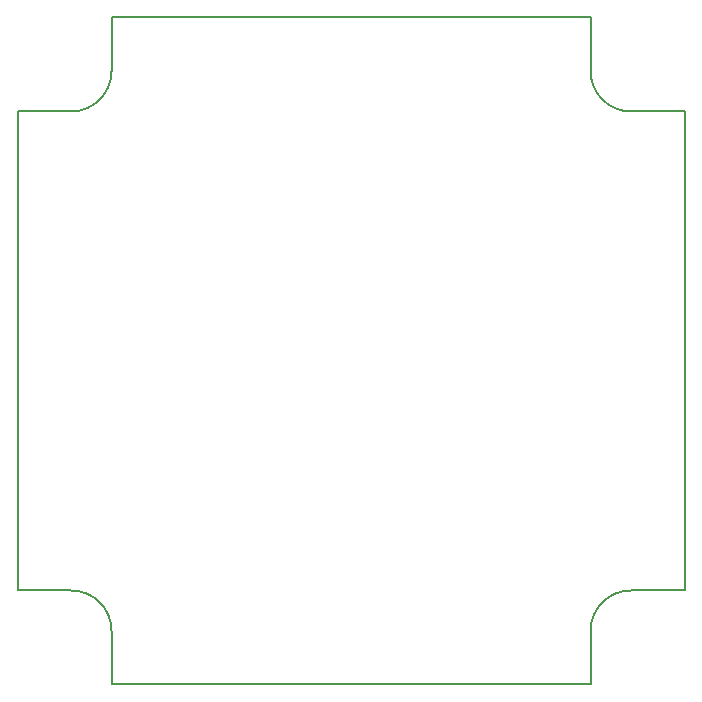
<source format=gm1>
G04 #@! TF.GenerationSoftware,KiCad,Pcbnew,(5.1.5-0-10_14)*
G04 #@! TF.CreationDate,2021-02-17T02:27:33-05:00*
G04 #@! TF.ProjectId,ADBT,41444254-2e6b-4696-9361-645f70636258,rev?*
G04 #@! TF.SameCoordinates,Original*
G04 #@! TF.FileFunction,Profile,NP*
%FSLAX46Y46*%
G04 Gerber Fmt 4.6, Leading zero omitted, Abs format (unit mm)*
G04 Created by KiCad (PCBNEW (5.1.5-0-10_14)) date 2021-02-17 02:27:33*
%MOMM*%
%LPD*%
G04 APERTURE LIST*
%ADD10C,0.150000*%
G04 APERTURE END LIST*
D10*
X104317800Y-73507600D02*
X104317800Y-114071400D01*
X112268000Y-122021600D02*
X112268000Y-117475000D01*
X108864400Y-114071400D02*
G75*
G02X112268000Y-117475000I0J-3403600D01*
G01*
X104317800Y-114071400D02*
X108864400Y-114071400D01*
X152831800Y-65557400D02*
X112268000Y-65557400D01*
X104317800Y-73507600D02*
X108864400Y-73507600D01*
X112268000Y-70104000D02*
G75*
G02X108864400Y-73507600I-3403600J0D01*
G01*
X112268000Y-65557400D02*
X112268000Y-70104000D01*
X160782000Y-114071400D02*
X160782000Y-73507600D01*
X152831800Y-65557400D02*
X152831800Y-70104000D01*
X156235400Y-73507600D02*
G75*
G02X152831800Y-70104000I0J3403600D01*
G01*
X160782000Y-73507600D02*
X156235400Y-73507600D01*
X160782000Y-114071400D02*
X156235400Y-114071400D01*
X152831800Y-117475000D02*
G75*
G02X156235400Y-114071400I3403600J0D01*
G01*
X152831800Y-122021600D02*
X152831800Y-117475000D01*
X112268000Y-122021600D02*
X152831800Y-122021600D01*
M02*

</source>
